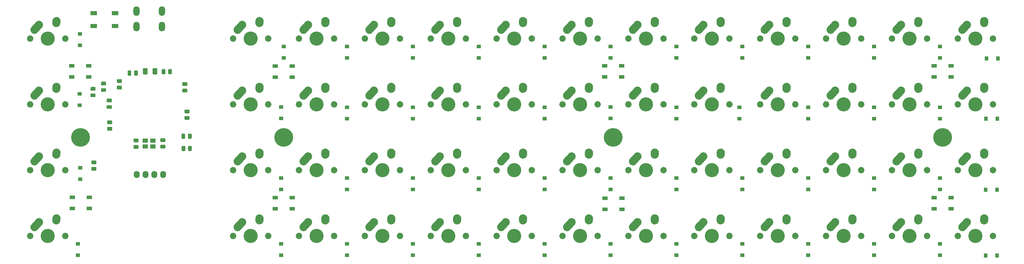
<source format=gbs>
%TF.GenerationSoftware,KiCad,Pcbnew,5.1.6*%
%TF.CreationDate,2020-06-24T11:11:32+02:00*%
%TF.ProjectId,cheap_boi,63686561-705f-4626-9f69-2e6b69636164,rev?*%
%TF.SameCoordinates,Original*%
%TF.FileFunction,Soldermask,Bot*%
%TF.FilePolarity,Negative*%
%FSLAX46Y46*%
G04 Gerber Fmt 4.6, Leading zero omitted, Abs format (unit mm)*
G04 Created by KiCad (PCBNEW 5.1.6) date 2020-06-24 11:11:32*
%MOMM*%
%LPD*%
G01*
G04 APERTURE LIST*
%ADD10C,1.850000*%
%ADD11C,2.350000*%
%ADD12C,4.087800*%
%ADD13R,1.300000X1.000000*%
%ADD14R,1.600000X1.100000*%
%ADD15C,5.400000*%
%ADD16O,1.700000X2.100000*%
%ADD17R,1.500000X1.300000*%
%ADD18O,1.800000X2.800000*%
%ADD19R,1.900000X1.200000*%
%ADD20R,1.000000X1.300000*%
G04 APERTURE END LIST*
D10*
%TO.C,MX0C1*%
X345598750Y-42862500D03*
X335438750Y-42862500D03*
D11*
X338018750Y-38862500D03*
D12*
X340518750Y-42862500D03*
G36*
G01*
X335924041Y-41197060D02*
X335924041Y-41197061D01*
G75*
G02*
X335834189Y-39537791I784709J874561D01*
G01*
X337144191Y-38077791D01*
G75*
G02*
X338803461Y-37987939I874561J-784709D01*
G01*
X338803461Y-37987939D01*
G75*
G02*
X338893313Y-39647209I-784709J-874561D01*
G01*
X337583311Y-41107209D01*
G75*
G02*
X335924041Y-41197061I-874561J784709D01*
G01*
G37*
D11*
X343058750Y-37782500D03*
G36*
G01*
X342937907Y-39534716D02*
X342937907Y-39534716D01*
G75*
G02*
X341846534Y-38281657I80843J1172216D01*
G01*
X341886534Y-37701657D01*
G75*
G02*
X343139593Y-36610284I1172216J-80843D01*
G01*
X343139593Y-36610284D01*
G75*
G02*
X344230966Y-37863343I-80843J-1172216D01*
G01*
X344190966Y-38443343D01*
G75*
G02*
X342937907Y-39534716I-1172216J80843D01*
G01*
G37*
%TD*%
D13*
%TO.C,D1*%
X81534000Y-41530000D03*
X81534000Y-44830000D03*
%TD*%
D14*
%TO.C,D54*%
X79211000Y-53924000D03*
X79211000Y-50724000D03*
X84111000Y-53924000D03*
X84111000Y-50724000D03*
%TD*%
%TO.C,R7*%
G36*
G01*
X86079250Y-79229000D02*
X85116750Y-79229000D01*
G75*
G02*
X84848000Y-78960250I0J268750D01*
G01*
X84848000Y-78422750D01*
G75*
G02*
X85116750Y-78154000I268750J0D01*
G01*
X86079250Y-78154000D01*
G75*
G02*
X86348000Y-78422750I0J-268750D01*
G01*
X86348000Y-78960250D01*
G75*
G02*
X86079250Y-79229000I-268750J0D01*
G01*
G37*
G36*
G01*
X86079250Y-81104000D02*
X85116750Y-81104000D01*
G75*
G02*
X84848000Y-80835250I0J268750D01*
G01*
X84848000Y-80297750D01*
G75*
G02*
X85116750Y-80029000I268750J0D01*
G01*
X86079250Y-80029000D01*
G75*
G02*
X86348000Y-80297750I0J-268750D01*
G01*
X86348000Y-80835250D01*
G75*
G02*
X86079250Y-81104000I-268750J0D01*
G01*
G37*
%TD*%
%TO.C,D60*%
X138012000Y-92151000D03*
X138012000Y-88951000D03*
X142912000Y-92151000D03*
X142912000Y-88951000D03*
%TD*%
%TO.C,D59*%
X233389000Y-92278000D03*
X233389000Y-89078000D03*
X238289000Y-92278000D03*
X238289000Y-89078000D03*
%TD*%
%TO.C,D58*%
X328512000Y-92151000D03*
X328512000Y-88951000D03*
X333412000Y-92151000D03*
X333412000Y-88951000D03*
%TD*%
%TO.C,D57*%
X328512000Y-53924000D03*
X328512000Y-50724000D03*
X333412000Y-53924000D03*
X333412000Y-50724000D03*
%TD*%
%TO.C,D56*%
X233262000Y-53924000D03*
X233262000Y-50724000D03*
X238162000Y-53924000D03*
X238162000Y-50724000D03*
%TD*%
%TO.C,D55*%
X138012000Y-54051000D03*
X138012000Y-50851000D03*
X142912000Y-54051000D03*
X142912000Y-50851000D03*
%TD*%
%TO.C,D53*%
X79338000Y-92024000D03*
X79338000Y-88824000D03*
X84238000Y-92024000D03*
X84238000Y-88824000D03*
%TD*%
%TO.C,R6*%
G36*
G01*
X112795000Y-71601250D02*
X112795000Y-70638750D01*
G75*
G02*
X113063750Y-70370000I268750J0D01*
G01*
X113601250Y-70370000D01*
G75*
G02*
X113870000Y-70638750I0J-268750D01*
G01*
X113870000Y-71601250D01*
G75*
G02*
X113601250Y-71870000I-268750J0D01*
G01*
X113063750Y-71870000D01*
G75*
G02*
X112795000Y-71601250I0J268750D01*
G01*
G37*
G36*
G01*
X110920000Y-71601250D02*
X110920000Y-70638750D01*
G75*
G02*
X111188750Y-70370000I268750J0D01*
G01*
X111726250Y-70370000D01*
G75*
G02*
X111995000Y-70638750I0J-268750D01*
G01*
X111995000Y-71601250D01*
G75*
G02*
X111726250Y-71870000I-268750J0D01*
G01*
X111188750Y-71870000D01*
G75*
G02*
X110920000Y-71601250I0J268750D01*
G01*
G37*
%TD*%
%TO.C,R3*%
G36*
G01*
X90651250Y-67623500D02*
X89688750Y-67623500D01*
G75*
G02*
X89420000Y-67354750I0J268750D01*
G01*
X89420000Y-66817250D01*
G75*
G02*
X89688750Y-66548500I268750J0D01*
G01*
X90651250Y-66548500D01*
G75*
G02*
X90920000Y-66817250I0J-268750D01*
G01*
X90920000Y-67354750D01*
G75*
G02*
X90651250Y-67623500I-268750J0D01*
G01*
G37*
G36*
G01*
X90651250Y-69498500D02*
X89688750Y-69498500D01*
G75*
G02*
X89420000Y-69229750I0J268750D01*
G01*
X89420000Y-68692250D01*
G75*
G02*
X89688750Y-68423500I268750J0D01*
G01*
X90651250Y-68423500D01*
G75*
G02*
X90920000Y-68692250I0J-268750D01*
G01*
X90920000Y-69229750D01*
G75*
G02*
X90651250Y-69498500I-268750J0D01*
G01*
G37*
%TD*%
D15*
%TO.C,REF\u002A\u002A*%
X330972900Y-71433000D03*
%TD*%
%TO.C,REF\u002A\u002A*%
X235728900Y-71433000D03*
%TD*%
%TO.C,REF\u002A\u002A*%
X140500000Y-71433000D03*
%TD*%
%TO.C,REF\u002A\u002A*%
X81751100Y-71433000D03*
%TD*%
%TO.C,F1*%
G36*
G01*
X101129000Y-51669000D02*
X101129000Y-52979000D01*
G75*
G02*
X100859000Y-53249000I-270000J0D01*
G01*
X100049000Y-53249000D01*
G75*
G02*
X99779000Y-52979000I0J270000D01*
G01*
X99779000Y-51669000D01*
G75*
G02*
X100049000Y-51399000I270000J0D01*
G01*
X100859000Y-51399000D01*
G75*
G02*
X101129000Y-51669000I0J-270000D01*
G01*
G37*
G36*
G01*
X103929000Y-51669000D02*
X103929000Y-52979000D01*
G75*
G02*
X103659000Y-53249000I-270000J0D01*
G01*
X102849000Y-53249000D01*
G75*
G02*
X102579000Y-52979000I0J270000D01*
G01*
X102579000Y-51669000D01*
G75*
G02*
X102849000Y-51399000I270000J0D01*
G01*
X103659000Y-51399000D01*
G75*
G02*
X103929000Y-51669000I0J-270000D01*
G01*
G37*
%TD*%
%TO.C,R5*%
G36*
G01*
X112843500Y-75157250D02*
X112843500Y-74194750D01*
G75*
G02*
X113112250Y-73926000I268750J0D01*
G01*
X113649750Y-73926000D01*
G75*
G02*
X113918500Y-74194750I0J-268750D01*
G01*
X113918500Y-75157250D01*
G75*
G02*
X113649750Y-75426000I-268750J0D01*
G01*
X113112250Y-75426000D01*
G75*
G02*
X112843500Y-75157250I0J268750D01*
G01*
G37*
G36*
G01*
X110968500Y-75157250D02*
X110968500Y-74194750D01*
G75*
G02*
X111237250Y-73926000I268750J0D01*
G01*
X111774750Y-73926000D01*
G75*
G02*
X112043500Y-74194750I0J-268750D01*
G01*
X112043500Y-75157250D01*
G75*
G02*
X111774750Y-75426000I-268750J0D01*
G01*
X111237250Y-75426000D01*
G75*
G02*
X110968500Y-75157250I0J268750D01*
G01*
G37*
%TD*%
D16*
%TO.C,Brd1*%
X100513600Y-82262900D03*
X97973600Y-82262900D03*
X103053600Y-82262900D03*
X105593600Y-82262900D03*
%TD*%
D10*
%TO.C,MX15*%
X212248750Y-61912500D03*
X202088750Y-61912500D03*
D11*
X204668750Y-57912500D03*
D12*
X207168750Y-61912500D03*
G36*
G01*
X202574041Y-60247060D02*
X202574041Y-60247061D01*
G75*
G02*
X202484189Y-58587791I784709J874561D01*
G01*
X203794191Y-57127791D01*
G75*
G02*
X205453461Y-57037939I874561J-784709D01*
G01*
X205453461Y-57037939D01*
G75*
G02*
X205543313Y-58697209I-784709J-874561D01*
G01*
X204233311Y-60157209D01*
G75*
G02*
X202574041Y-60247061I-874561J784709D01*
G01*
G37*
D11*
X209708750Y-56832500D03*
G36*
G01*
X209587907Y-58584716D02*
X209587907Y-58584716D01*
G75*
G02*
X208496534Y-57331657I80843J1172216D01*
G01*
X208536534Y-56751657D01*
G75*
G02*
X209789593Y-55660284I1172216J-80843D01*
G01*
X209789593Y-55660284D01*
G75*
G02*
X210880966Y-56913343I-80843J-1172216D01*
G01*
X210840966Y-57493343D01*
G75*
G02*
X209587907Y-58584716I-1172216J80843D01*
G01*
G37*
%TD*%
D17*
%TO.C,Y1*%
X102657000Y-72390000D03*
X100457000Y-72390000D03*
X100457000Y-74090000D03*
X102657000Y-74090000D03*
%TD*%
D18*
%TO.C,USB1*%
X105243600Y-34922800D03*
X97943600Y-34922800D03*
X97943600Y-39422800D03*
X105243600Y-39422800D03*
%TD*%
D19*
%TO.C,SW1*%
X85546000Y-35488000D03*
X91746000Y-39188000D03*
X85546000Y-39188000D03*
X91746000Y-35488000D03*
%TD*%
%TO.C,R4*%
G36*
G01*
X111405750Y-57374500D02*
X112368250Y-57374500D01*
G75*
G02*
X112637000Y-57643250I0J-268750D01*
G01*
X112637000Y-58180750D01*
G75*
G02*
X112368250Y-58449500I-268750J0D01*
G01*
X111405750Y-58449500D01*
G75*
G02*
X111137000Y-58180750I0J268750D01*
G01*
X111137000Y-57643250D01*
G75*
G02*
X111405750Y-57374500I268750J0D01*
G01*
G37*
G36*
G01*
X111405750Y-55499500D02*
X112368250Y-55499500D01*
G75*
G02*
X112637000Y-55768250I0J-268750D01*
G01*
X112637000Y-56305750D01*
G75*
G02*
X112368250Y-56574500I-268750J0D01*
G01*
X111405750Y-56574500D01*
G75*
G02*
X111137000Y-56305750I0J268750D01*
G01*
X111137000Y-55768250D01*
G75*
G02*
X111405750Y-55499500I268750J0D01*
G01*
G37*
%TD*%
%TO.C,R2*%
G36*
G01*
X84862750Y-58741500D02*
X85825250Y-58741500D01*
G75*
G02*
X86094000Y-59010250I0J-268750D01*
G01*
X86094000Y-59547750D01*
G75*
G02*
X85825250Y-59816500I-268750J0D01*
G01*
X84862750Y-59816500D01*
G75*
G02*
X84594000Y-59547750I0J268750D01*
G01*
X84594000Y-59010250D01*
G75*
G02*
X84862750Y-58741500I268750J0D01*
G01*
G37*
G36*
G01*
X84862750Y-56866500D02*
X85825250Y-56866500D01*
G75*
G02*
X86094000Y-57135250I0J-268750D01*
G01*
X86094000Y-57672750D01*
G75*
G02*
X85825250Y-57941500I-268750J0D01*
G01*
X84862750Y-57941500D01*
G75*
G02*
X84594000Y-57672750I0J268750D01*
G01*
X84594000Y-57135250D01*
G75*
G02*
X84862750Y-56866500I268750J0D01*
G01*
G37*
%TD*%
%TO.C,R1*%
G36*
G01*
X87910750Y-57217500D02*
X88873250Y-57217500D01*
G75*
G02*
X89142000Y-57486250I0J-268750D01*
G01*
X89142000Y-58023750D01*
G75*
G02*
X88873250Y-58292500I-268750J0D01*
G01*
X87910750Y-58292500D01*
G75*
G02*
X87642000Y-58023750I0J268750D01*
G01*
X87642000Y-57486250D01*
G75*
G02*
X87910750Y-57217500I268750J0D01*
G01*
G37*
G36*
G01*
X87910750Y-55342500D02*
X88873250Y-55342500D01*
G75*
G02*
X89142000Y-55611250I0J-268750D01*
G01*
X89142000Y-56148750D01*
G75*
G02*
X88873250Y-56417500I-268750J0D01*
G01*
X87910750Y-56417500D01*
G75*
G02*
X87642000Y-56148750I0J268750D01*
G01*
X87642000Y-55611250D01*
G75*
G02*
X87910750Y-55342500I268750J0D01*
G01*
G37*
%TD*%
D10*
%TO.C,MX3C1*%
X345598750Y-100012500D03*
X335438750Y-100012500D03*
D11*
X338018750Y-96012500D03*
D12*
X340518750Y-100012500D03*
G36*
G01*
X335924041Y-98347060D02*
X335924041Y-98347061D01*
G75*
G02*
X335834189Y-96687791I784709J874561D01*
G01*
X337144191Y-95227791D01*
G75*
G02*
X338803461Y-95137939I874561J-784709D01*
G01*
X338803461Y-95137939D01*
G75*
G02*
X338893313Y-96797209I-784709J-874561D01*
G01*
X337583311Y-98257209D01*
G75*
G02*
X335924041Y-98347061I-874561J784709D01*
G01*
G37*
D11*
X343058750Y-94932500D03*
G36*
G01*
X342937907Y-96684716D02*
X342937907Y-96684716D01*
G75*
G02*
X341846534Y-95431657I80843J1172216D01*
G01*
X341886534Y-94851657D01*
G75*
G02*
X343139593Y-93760284I1172216J-80843D01*
G01*
X343139593Y-93760284D01*
G75*
G02*
X344230966Y-95013343I-80843J-1172216D01*
G01*
X344190966Y-95593343D01*
G75*
G02*
X342937907Y-96684716I-1172216J80843D01*
G01*
G37*
%TD*%
D10*
%TO.C,MX3B1*%
X326548750Y-100012500D03*
X316388750Y-100012500D03*
D11*
X318968750Y-96012500D03*
D12*
X321468750Y-100012500D03*
G36*
G01*
X316874041Y-98347060D02*
X316874041Y-98347061D01*
G75*
G02*
X316784189Y-96687791I784709J874561D01*
G01*
X318094191Y-95227791D01*
G75*
G02*
X319753461Y-95137939I874561J-784709D01*
G01*
X319753461Y-95137939D01*
G75*
G02*
X319843313Y-96797209I-784709J-874561D01*
G01*
X318533311Y-98257209D01*
G75*
G02*
X316874041Y-98347061I-874561J784709D01*
G01*
G37*
D11*
X324008750Y-94932500D03*
G36*
G01*
X323887907Y-96684716D02*
X323887907Y-96684716D01*
G75*
G02*
X322796534Y-95431657I80843J1172216D01*
G01*
X322836534Y-94851657D01*
G75*
G02*
X324089593Y-93760284I1172216J-80843D01*
G01*
X324089593Y-93760284D01*
G75*
G02*
X325180966Y-95013343I-80843J-1172216D01*
G01*
X325140966Y-95593343D01*
G75*
G02*
X323887907Y-96684716I-1172216J80843D01*
G01*
G37*
%TD*%
D10*
%TO.C,MX3A1*%
X307498750Y-100012500D03*
X297338750Y-100012500D03*
D11*
X299918750Y-96012500D03*
D12*
X302418750Y-100012500D03*
G36*
G01*
X297824041Y-98347060D02*
X297824041Y-98347061D01*
G75*
G02*
X297734189Y-96687791I784709J874561D01*
G01*
X299044191Y-95227791D01*
G75*
G02*
X300703461Y-95137939I874561J-784709D01*
G01*
X300703461Y-95137939D01*
G75*
G02*
X300793313Y-96797209I-784709J-874561D01*
G01*
X299483311Y-98257209D01*
G75*
G02*
X297824041Y-98347061I-874561J784709D01*
G01*
G37*
D11*
X304958750Y-94932500D03*
G36*
G01*
X304837907Y-96684716D02*
X304837907Y-96684716D01*
G75*
G02*
X303746534Y-95431657I80843J1172216D01*
G01*
X303786534Y-94851657D01*
G75*
G02*
X305039593Y-93760284I1172216J-80843D01*
G01*
X305039593Y-93760284D01*
G75*
G02*
X306130966Y-95013343I-80843J-1172216D01*
G01*
X306090966Y-95593343D01*
G75*
G02*
X304837907Y-96684716I-1172216J80843D01*
G01*
G37*
%TD*%
D10*
%TO.C,MX2C1*%
X345598750Y-80962500D03*
X335438750Y-80962500D03*
D11*
X338018750Y-76962500D03*
D12*
X340518750Y-80962500D03*
G36*
G01*
X335924041Y-79297060D02*
X335924041Y-79297061D01*
G75*
G02*
X335834189Y-77637791I784709J874561D01*
G01*
X337144191Y-76177791D01*
G75*
G02*
X338803461Y-76087939I874561J-784709D01*
G01*
X338803461Y-76087939D01*
G75*
G02*
X338893313Y-77747209I-784709J-874561D01*
G01*
X337583311Y-79207209D01*
G75*
G02*
X335924041Y-79297061I-874561J784709D01*
G01*
G37*
D11*
X343058750Y-75882500D03*
G36*
G01*
X342937907Y-77634716D02*
X342937907Y-77634716D01*
G75*
G02*
X341846534Y-76381657I80843J1172216D01*
G01*
X341886534Y-75801657D01*
G75*
G02*
X343139593Y-74710284I1172216J-80843D01*
G01*
X343139593Y-74710284D01*
G75*
G02*
X344230966Y-75963343I-80843J-1172216D01*
G01*
X344190966Y-76543343D01*
G75*
G02*
X342937907Y-77634716I-1172216J80843D01*
G01*
G37*
%TD*%
D10*
%TO.C,MX2B1*%
X326548750Y-80962500D03*
X316388750Y-80962500D03*
D11*
X318968750Y-76962500D03*
D12*
X321468750Y-80962500D03*
G36*
G01*
X316874041Y-79297060D02*
X316874041Y-79297061D01*
G75*
G02*
X316784189Y-77637791I784709J874561D01*
G01*
X318094191Y-76177791D01*
G75*
G02*
X319753461Y-76087939I874561J-784709D01*
G01*
X319753461Y-76087939D01*
G75*
G02*
X319843313Y-77747209I-784709J-874561D01*
G01*
X318533311Y-79207209D01*
G75*
G02*
X316874041Y-79297061I-874561J784709D01*
G01*
G37*
D11*
X324008750Y-75882500D03*
G36*
G01*
X323887907Y-77634716D02*
X323887907Y-77634716D01*
G75*
G02*
X322796534Y-76381657I80843J1172216D01*
G01*
X322836534Y-75801657D01*
G75*
G02*
X324089593Y-74710284I1172216J-80843D01*
G01*
X324089593Y-74710284D01*
G75*
G02*
X325180966Y-75963343I-80843J-1172216D01*
G01*
X325140966Y-76543343D01*
G75*
G02*
X323887907Y-77634716I-1172216J80843D01*
G01*
G37*
%TD*%
D10*
%TO.C,MX2A1*%
X307498750Y-80962500D03*
X297338750Y-80962500D03*
D11*
X299918750Y-76962500D03*
D12*
X302418750Y-80962500D03*
G36*
G01*
X297824041Y-79297060D02*
X297824041Y-79297061D01*
G75*
G02*
X297734189Y-77637791I784709J874561D01*
G01*
X299044191Y-76177791D01*
G75*
G02*
X300703461Y-76087939I874561J-784709D01*
G01*
X300703461Y-76087939D01*
G75*
G02*
X300793313Y-77747209I-784709J-874561D01*
G01*
X299483311Y-79207209D01*
G75*
G02*
X297824041Y-79297061I-874561J784709D01*
G01*
G37*
D11*
X304958750Y-75882500D03*
G36*
G01*
X304837907Y-77634716D02*
X304837907Y-77634716D01*
G75*
G02*
X303746534Y-76381657I80843J1172216D01*
G01*
X303786534Y-75801657D01*
G75*
G02*
X305039593Y-74710284I1172216J-80843D01*
G01*
X305039593Y-74710284D01*
G75*
G02*
X306130966Y-75963343I-80843J-1172216D01*
G01*
X306090966Y-76543343D01*
G75*
G02*
X304837907Y-77634716I-1172216J80843D01*
G01*
G37*
%TD*%
D10*
%TO.C,MX1C1*%
X345598750Y-61912500D03*
X335438750Y-61912500D03*
D11*
X338018750Y-57912500D03*
D12*
X340518750Y-61912500D03*
G36*
G01*
X335924041Y-60247060D02*
X335924041Y-60247061D01*
G75*
G02*
X335834189Y-58587791I784709J874561D01*
G01*
X337144191Y-57127791D01*
G75*
G02*
X338803461Y-57037939I874561J-784709D01*
G01*
X338803461Y-57037939D01*
G75*
G02*
X338893313Y-58697209I-784709J-874561D01*
G01*
X337583311Y-60157209D01*
G75*
G02*
X335924041Y-60247061I-874561J784709D01*
G01*
G37*
D11*
X343058750Y-56832500D03*
G36*
G01*
X342937907Y-58584716D02*
X342937907Y-58584716D01*
G75*
G02*
X341846534Y-57331657I80843J1172216D01*
G01*
X341886534Y-56751657D01*
G75*
G02*
X343139593Y-55660284I1172216J-80843D01*
G01*
X343139593Y-55660284D01*
G75*
G02*
X344230966Y-56913343I-80843J-1172216D01*
G01*
X344190966Y-57493343D01*
G75*
G02*
X342937907Y-58584716I-1172216J80843D01*
G01*
G37*
%TD*%
D10*
%TO.C,MX1B1*%
X326548750Y-61912500D03*
X316388750Y-61912500D03*
D11*
X318968750Y-57912500D03*
D12*
X321468750Y-61912500D03*
G36*
G01*
X316874041Y-60247060D02*
X316874041Y-60247061D01*
G75*
G02*
X316784189Y-58587791I784709J874561D01*
G01*
X318094191Y-57127791D01*
G75*
G02*
X319753461Y-57037939I874561J-784709D01*
G01*
X319753461Y-57037939D01*
G75*
G02*
X319843313Y-58697209I-784709J-874561D01*
G01*
X318533311Y-60157209D01*
G75*
G02*
X316874041Y-60247061I-874561J784709D01*
G01*
G37*
D11*
X324008750Y-56832500D03*
G36*
G01*
X323887907Y-58584716D02*
X323887907Y-58584716D01*
G75*
G02*
X322796534Y-57331657I80843J1172216D01*
G01*
X322836534Y-56751657D01*
G75*
G02*
X324089593Y-55660284I1172216J-80843D01*
G01*
X324089593Y-55660284D01*
G75*
G02*
X325180966Y-56913343I-80843J-1172216D01*
G01*
X325140966Y-57493343D01*
G75*
G02*
X323887907Y-58584716I-1172216J80843D01*
G01*
G37*
%TD*%
D10*
%TO.C,MX1A1*%
X307498750Y-61912500D03*
X297338750Y-61912500D03*
D11*
X299918750Y-57912500D03*
D12*
X302418750Y-61912500D03*
G36*
G01*
X297824041Y-60247060D02*
X297824041Y-60247061D01*
G75*
G02*
X297734189Y-58587791I784709J874561D01*
G01*
X299044191Y-57127791D01*
G75*
G02*
X300703461Y-57037939I874561J-784709D01*
G01*
X300703461Y-57037939D01*
G75*
G02*
X300793313Y-58697209I-784709J-874561D01*
G01*
X299483311Y-60157209D01*
G75*
G02*
X297824041Y-60247061I-874561J784709D01*
G01*
G37*
D11*
X304958750Y-56832500D03*
G36*
G01*
X304837907Y-58584716D02*
X304837907Y-58584716D01*
G75*
G02*
X303746534Y-57331657I80843J1172216D01*
G01*
X303786534Y-56751657D01*
G75*
G02*
X305039593Y-55660284I1172216J-80843D01*
G01*
X305039593Y-55660284D01*
G75*
G02*
X306130966Y-56913343I-80843J-1172216D01*
G01*
X306090966Y-57493343D01*
G75*
G02*
X304837907Y-58584716I-1172216J80843D01*
G01*
G37*
%TD*%
D10*
%TO.C,MX0B1*%
X326548750Y-42862500D03*
X316388750Y-42862500D03*
D11*
X318968750Y-38862500D03*
D12*
X321468750Y-42862500D03*
G36*
G01*
X316874041Y-41197060D02*
X316874041Y-41197061D01*
G75*
G02*
X316784189Y-39537791I784709J874561D01*
G01*
X318094191Y-38077791D01*
G75*
G02*
X319753461Y-37987939I874561J-784709D01*
G01*
X319753461Y-37987939D01*
G75*
G02*
X319843313Y-39647209I-784709J-874561D01*
G01*
X318533311Y-41107209D01*
G75*
G02*
X316874041Y-41197061I-874561J784709D01*
G01*
G37*
D11*
X324008750Y-37782500D03*
G36*
G01*
X323887907Y-39534716D02*
X323887907Y-39534716D01*
G75*
G02*
X322796534Y-38281657I80843J1172216D01*
G01*
X322836534Y-37701657D01*
G75*
G02*
X324089593Y-36610284I1172216J-80843D01*
G01*
X324089593Y-36610284D01*
G75*
G02*
X325180966Y-37863343I-80843J-1172216D01*
G01*
X325140966Y-38443343D01*
G75*
G02*
X323887907Y-39534716I-1172216J80843D01*
G01*
G37*
%TD*%
D10*
%TO.C,MX0A1*%
X307498750Y-42862500D03*
X297338750Y-42862500D03*
D11*
X299918750Y-38862500D03*
D12*
X302418750Y-42862500D03*
G36*
G01*
X297824041Y-41197060D02*
X297824041Y-41197061D01*
G75*
G02*
X297734189Y-39537791I784709J874561D01*
G01*
X299044191Y-38077791D01*
G75*
G02*
X300703461Y-37987939I874561J-784709D01*
G01*
X300703461Y-37987939D01*
G75*
G02*
X300793313Y-39647209I-784709J-874561D01*
G01*
X299483311Y-41107209D01*
G75*
G02*
X297824041Y-41197061I-874561J784709D01*
G01*
G37*
D11*
X304958750Y-37782500D03*
G36*
G01*
X304837907Y-39534716D02*
X304837907Y-39534716D01*
G75*
G02*
X303746534Y-38281657I80843J1172216D01*
G01*
X303786534Y-37701657D01*
G75*
G02*
X305039593Y-36610284I1172216J-80843D01*
G01*
X305039593Y-36610284D01*
G75*
G02*
X306130966Y-37863343I-80843J-1172216D01*
G01*
X306090966Y-38443343D01*
G75*
G02*
X304837907Y-39534716I-1172216J80843D01*
G01*
G37*
%TD*%
D10*
%TO.C,MX39*%
X288448750Y-100012500D03*
X278288750Y-100012500D03*
D11*
X280868750Y-96012500D03*
D12*
X283368750Y-100012500D03*
G36*
G01*
X278774041Y-98347060D02*
X278774041Y-98347061D01*
G75*
G02*
X278684189Y-96687791I784709J874561D01*
G01*
X279994191Y-95227791D01*
G75*
G02*
X281653461Y-95137939I874561J-784709D01*
G01*
X281653461Y-95137939D01*
G75*
G02*
X281743313Y-96797209I-784709J-874561D01*
G01*
X280433311Y-98257209D01*
G75*
G02*
X278774041Y-98347061I-874561J784709D01*
G01*
G37*
D11*
X285908750Y-94932500D03*
G36*
G01*
X285787907Y-96684716D02*
X285787907Y-96684716D01*
G75*
G02*
X284696534Y-95431657I80843J1172216D01*
G01*
X284736534Y-94851657D01*
G75*
G02*
X285989593Y-93760284I1172216J-80843D01*
G01*
X285989593Y-93760284D01*
G75*
G02*
X287080966Y-95013343I-80843J-1172216D01*
G01*
X287040966Y-95593343D01*
G75*
G02*
X285787907Y-96684716I-1172216J80843D01*
G01*
G37*
%TD*%
D10*
%TO.C,MX38*%
X269398750Y-100012500D03*
X259238750Y-100012500D03*
D11*
X261818750Y-96012500D03*
D12*
X264318750Y-100012500D03*
G36*
G01*
X259724041Y-98347060D02*
X259724041Y-98347061D01*
G75*
G02*
X259634189Y-96687791I784709J874561D01*
G01*
X260944191Y-95227791D01*
G75*
G02*
X262603461Y-95137939I874561J-784709D01*
G01*
X262603461Y-95137939D01*
G75*
G02*
X262693313Y-96797209I-784709J-874561D01*
G01*
X261383311Y-98257209D01*
G75*
G02*
X259724041Y-98347061I-874561J784709D01*
G01*
G37*
D11*
X266858750Y-94932500D03*
G36*
G01*
X266737907Y-96684716D02*
X266737907Y-96684716D01*
G75*
G02*
X265646534Y-95431657I80843J1172216D01*
G01*
X265686534Y-94851657D01*
G75*
G02*
X266939593Y-93760284I1172216J-80843D01*
G01*
X266939593Y-93760284D01*
G75*
G02*
X268030966Y-95013343I-80843J-1172216D01*
G01*
X267990966Y-95593343D01*
G75*
G02*
X266737907Y-96684716I-1172216J80843D01*
G01*
G37*
%TD*%
D10*
%TO.C,MX37*%
X250348750Y-100012500D03*
X240188750Y-100012500D03*
D11*
X242768750Y-96012500D03*
D12*
X245268750Y-100012500D03*
G36*
G01*
X240674041Y-98347060D02*
X240674041Y-98347061D01*
G75*
G02*
X240584189Y-96687791I784709J874561D01*
G01*
X241894191Y-95227791D01*
G75*
G02*
X243553461Y-95137939I874561J-784709D01*
G01*
X243553461Y-95137939D01*
G75*
G02*
X243643313Y-96797209I-784709J-874561D01*
G01*
X242333311Y-98257209D01*
G75*
G02*
X240674041Y-98347061I-874561J784709D01*
G01*
G37*
D11*
X247808750Y-94932500D03*
G36*
G01*
X247687907Y-96684716D02*
X247687907Y-96684716D01*
G75*
G02*
X246596534Y-95431657I80843J1172216D01*
G01*
X246636534Y-94851657D01*
G75*
G02*
X247889593Y-93760284I1172216J-80843D01*
G01*
X247889593Y-93760284D01*
G75*
G02*
X248980966Y-95013343I-80843J-1172216D01*
G01*
X248940966Y-95593343D01*
G75*
G02*
X247687907Y-96684716I-1172216J80843D01*
G01*
G37*
%TD*%
D10*
%TO.C,MX36*%
X231298750Y-100012500D03*
X221138750Y-100012500D03*
D11*
X223718750Y-96012500D03*
D12*
X226218750Y-100012500D03*
G36*
G01*
X221624041Y-98347060D02*
X221624041Y-98347061D01*
G75*
G02*
X221534189Y-96687791I784709J874561D01*
G01*
X222844191Y-95227791D01*
G75*
G02*
X224503461Y-95137939I874561J-784709D01*
G01*
X224503461Y-95137939D01*
G75*
G02*
X224593313Y-96797209I-784709J-874561D01*
G01*
X223283311Y-98257209D01*
G75*
G02*
X221624041Y-98347061I-874561J784709D01*
G01*
G37*
D11*
X228758750Y-94932500D03*
G36*
G01*
X228637907Y-96684716D02*
X228637907Y-96684716D01*
G75*
G02*
X227546534Y-95431657I80843J1172216D01*
G01*
X227586534Y-94851657D01*
G75*
G02*
X228839593Y-93760284I1172216J-80843D01*
G01*
X228839593Y-93760284D01*
G75*
G02*
X229930966Y-95013343I-80843J-1172216D01*
G01*
X229890966Y-95593343D01*
G75*
G02*
X228637907Y-96684716I-1172216J80843D01*
G01*
G37*
%TD*%
D10*
%TO.C,MX35*%
X212248750Y-100012500D03*
X202088750Y-100012500D03*
D11*
X204668750Y-96012500D03*
D12*
X207168750Y-100012500D03*
G36*
G01*
X202574041Y-98347060D02*
X202574041Y-98347061D01*
G75*
G02*
X202484189Y-96687791I784709J874561D01*
G01*
X203794191Y-95227791D01*
G75*
G02*
X205453461Y-95137939I874561J-784709D01*
G01*
X205453461Y-95137939D01*
G75*
G02*
X205543313Y-96797209I-784709J-874561D01*
G01*
X204233311Y-98257209D01*
G75*
G02*
X202574041Y-98347061I-874561J784709D01*
G01*
G37*
D11*
X209708750Y-94932500D03*
G36*
G01*
X209587907Y-96684716D02*
X209587907Y-96684716D01*
G75*
G02*
X208496534Y-95431657I80843J1172216D01*
G01*
X208536534Y-94851657D01*
G75*
G02*
X209789593Y-93760284I1172216J-80843D01*
G01*
X209789593Y-93760284D01*
G75*
G02*
X210880966Y-95013343I-80843J-1172216D01*
G01*
X210840966Y-95593343D01*
G75*
G02*
X209587907Y-96684716I-1172216J80843D01*
G01*
G37*
%TD*%
D10*
%TO.C,MX34*%
X193198750Y-100012500D03*
X183038750Y-100012500D03*
D11*
X185618750Y-96012500D03*
D12*
X188118750Y-100012500D03*
G36*
G01*
X183524041Y-98347060D02*
X183524041Y-98347061D01*
G75*
G02*
X183434189Y-96687791I784709J874561D01*
G01*
X184744191Y-95227791D01*
G75*
G02*
X186403461Y-95137939I874561J-784709D01*
G01*
X186403461Y-95137939D01*
G75*
G02*
X186493313Y-96797209I-784709J-874561D01*
G01*
X185183311Y-98257209D01*
G75*
G02*
X183524041Y-98347061I-874561J784709D01*
G01*
G37*
D11*
X190658750Y-94932500D03*
G36*
G01*
X190537907Y-96684716D02*
X190537907Y-96684716D01*
G75*
G02*
X189446534Y-95431657I80843J1172216D01*
G01*
X189486534Y-94851657D01*
G75*
G02*
X190739593Y-93760284I1172216J-80843D01*
G01*
X190739593Y-93760284D01*
G75*
G02*
X191830966Y-95013343I-80843J-1172216D01*
G01*
X191790966Y-95593343D01*
G75*
G02*
X190537907Y-96684716I-1172216J80843D01*
G01*
G37*
%TD*%
D10*
%TO.C,MX33*%
X174148750Y-100012500D03*
X163988750Y-100012500D03*
D11*
X166568750Y-96012500D03*
D12*
X169068750Y-100012500D03*
G36*
G01*
X164474041Y-98347060D02*
X164474041Y-98347061D01*
G75*
G02*
X164384189Y-96687791I784709J874561D01*
G01*
X165694191Y-95227791D01*
G75*
G02*
X167353461Y-95137939I874561J-784709D01*
G01*
X167353461Y-95137939D01*
G75*
G02*
X167443313Y-96797209I-784709J-874561D01*
G01*
X166133311Y-98257209D01*
G75*
G02*
X164474041Y-98347061I-874561J784709D01*
G01*
G37*
D11*
X171608750Y-94932500D03*
G36*
G01*
X171487907Y-96684716D02*
X171487907Y-96684716D01*
G75*
G02*
X170396534Y-95431657I80843J1172216D01*
G01*
X170436534Y-94851657D01*
G75*
G02*
X171689593Y-93760284I1172216J-80843D01*
G01*
X171689593Y-93760284D01*
G75*
G02*
X172780966Y-95013343I-80843J-1172216D01*
G01*
X172740966Y-95593343D01*
G75*
G02*
X171487907Y-96684716I-1172216J80843D01*
G01*
G37*
%TD*%
D10*
%TO.C,MX32*%
X155098750Y-100012500D03*
X144938750Y-100012500D03*
D11*
X147518750Y-96012500D03*
D12*
X150018750Y-100012500D03*
G36*
G01*
X145424041Y-98347060D02*
X145424041Y-98347061D01*
G75*
G02*
X145334189Y-96687791I784709J874561D01*
G01*
X146644191Y-95227791D01*
G75*
G02*
X148303461Y-95137939I874561J-784709D01*
G01*
X148303461Y-95137939D01*
G75*
G02*
X148393313Y-96797209I-784709J-874561D01*
G01*
X147083311Y-98257209D01*
G75*
G02*
X145424041Y-98347061I-874561J784709D01*
G01*
G37*
D11*
X152558750Y-94932500D03*
G36*
G01*
X152437907Y-96684716D02*
X152437907Y-96684716D01*
G75*
G02*
X151346534Y-95431657I80843J1172216D01*
G01*
X151386534Y-94851657D01*
G75*
G02*
X152639593Y-93760284I1172216J-80843D01*
G01*
X152639593Y-93760284D01*
G75*
G02*
X153730966Y-95013343I-80843J-1172216D01*
G01*
X153690966Y-95593343D01*
G75*
G02*
X152437907Y-96684716I-1172216J80843D01*
G01*
G37*
%TD*%
D10*
%TO.C,MX31*%
X136048750Y-100012500D03*
X125888750Y-100012500D03*
D11*
X128468750Y-96012500D03*
D12*
X130968750Y-100012500D03*
G36*
G01*
X126374041Y-98347060D02*
X126374041Y-98347061D01*
G75*
G02*
X126284189Y-96687791I784709J874561D01*
G01*
X127594191Y-95227791D01*
G75*
G02*
X129253461Y-95137939I874561J-784709D01*
G01*
X129253461Y-95137939D01*
G75*
G02*
X129343313Y-96797209I-784709J-874561D01*
G01*
X128033311Y-98257209D01*
G75*
G02*
X126374041Y-98347061I-874561J784709D01*
G01*
G37*
D11*
X133508750Y-94932500D03*
G36*
G01*
X133387907Y-96684716D02*
X133387907Y-96684716D01*
G75*
G02*
X132296534Y-95431657I80843J1172216D01*
G01*
X132336534Y-94851657D01*
G75*
G02*
X133589593Y-93760284I1172216J-80843D01*
G01*
X133589593Y-93760284D01*
G75*
G02*
X134680966Y-95013343I-80843J-1172216D01*
G01*
X134640966Y-95593343D01*
G75*
G02*
X133387907Y-96684716I-1172216J80843D01*
G01*
G37*
%TD*%
D10*
%TO.C,MX30*%
X77311250Y-100012500D03*
X67151250Y-100012500D03*
D11*
X69731250Y-96012500D03*
D12*
X72231250Y-100012500D03*
G36*
G01*
X67636541Y-98347060D02*
X67636541Y-98347061D01*
G75*
G02*
X67546689Y-96687791I784709J874561D01*
G01*
X68856691Y-95227791D01*
G75*
G02*
X70515961Y-95137939I874561J-784709D01*
G01*
X70515961Y-95137939D01*
G75*
G02*
X70605813Y-96797209I-784709J-874561D01*
G01*
X69295811Y-98257209D01*
G75*
G02*
X67636541Y-98347061I-874561J784709D01*
G01*
G37*
D11*
X74771250Y-94932500D03*
G36*
G01*
X74650407Y-96684716D02*
X74650407Y-96684716D01*
G75*
G02*
X73559034Y-95431657I80843J1172216D01*
G01*
X73599034Y-94851657D01*
G75*
G02*
X74852093Y-93760284I1172216J-80843D01*
G01*
X74852093Y-93760284D01*
G75*
G02*
X75943466Y-95013343I-80843J-1172216D01*
G01*
X75903466Y-95593343D01*
G75*
G02*
X74650407Y-96684716I-1172216J80843D01*
G01*
G37*
%TD*%
D10*
%TO.C,MX29*%
X288448750Y-80962500D03*
X278288750Y-80962500D03*
D11*
X280868750Y-76962500D03*
D12*
X283368750Y-80962500D03*
G36*
G01*
X278774041Y-79297060D02*
X278774041Y-79297061D01*
G75*
G02*
X278684189Y-77637791I784709J874561D01*
G01*
X279994191Y-76177791D01*
G75*
G02*
X281653461Y-76087939I874561J-784709D01*
G01*
X281653461Y-76087939D01*
G75*
G02*
X281743313Y-77747209I-784709J-874561D01*
G01*
X280433311Y-79207209D01*
G75*
G02*
X278774041Y-79297061I-874561J784709D01*
G01*
G37*
D11*
X285908750Y-75882500D03*
G36*
G01*
X285787907Y-77634716D02*
X285787907Y-77634716D01*
G75*
G02*
X284696534Y-76381657I80843J1172216D01*
G01*
X284736534Y-75801657D01*
G75*
G02*
X285989593Y-74710284I1172216J-80843D01*
G01*
X285989593Y-74710284D01*
G75*
G02*
X287080966Y-75963343I-80843J-1172216D01*
G01*
X287040966Y-76543343D01*
G75*
G02*
X285787907Y-77634716I-1172216J80843D01*
G01*
G37*
%TD*%
D10*
%TO.C,MX28*%
X269398750Y-80962500D03*
X259238750Y-80962500D03*
D11*
X261818750Y-76962500D03*
D12*
X264318750Y-80962500D03*
G36*
G01*
X259724041Y-79297060D02*
X259724041Y-79297061D01*
G75*
G02*
X259634189Y-77637791I784709J874561D01*
G01*
X260944191Y-76177791D01*
G75*
G02*
X262603461Y-76087939I874561J-784709D01*
G01*
X262603461Y-76087939D01*
G75*
G02*
X262693313Y-77747209I-784709J-874561D01*
G01*
X261383311Y-79207209D01*
G75*
G02*
X259724041Y-79297061I-874561J784709D01*
G01*
G37*
D11*
X266858750Y-75882500D03*
G36*
G01*
X266737907Y-77634716D02*
X266737907Y-77634716D01*
G75*
G02*
X265646534Y-76381657I80843J1172216D01*
G01*
X265686534Y-75801657D01*
G75*
G02*
X266939593Y-74710284I1172216J-80843D01*
G01*
X266939593Y-74710284D01*
G75*
G02*
X268030966Y-75963343I-80843J-1172216D01*
G01*
X267990966Y-76543343D01*
G75*
G02*
X266737907Y-77634716I-1172216J80843D01*
G01*
G37*
%TD*%
D10*
%TO.C,MX27*%
X250348750Y-80962500D03*
X240188750Y-80962500D03*
D11*
X242768750Y-76962500D03*
D12*
X245268750Y-80962500D03*
G36*
G01*
X240674041Y-79297060D02*
X240674041Y-79297061D01*
G75*
G02*
X240584189Y-77637791I784709J874561D01*
G01*
X241894191Y-76177791D01*
G75*
G02*
X243553461Y-76087939I874561J-784709D01*
G01*
X243553461Y-76087939D01*
G75*
G02*
X243643313Y-77747209I-784709J-874561D01*
G01*
X242333311Y-79207209D01*
G75*
G02*
X240674041Y-79297061I-874561J784709D01*
G01*
G37*
D11*
X247808750Y-75882500D03*
G36*
G01*
X247687907Y-77634716D02*
X247687907Y-77634716D01*
G75*
G02*
X246596534Y-76381657I80843J1172216D01*
G01*
X246636534Y-75801657D01*
G75*
G02*
X247889593Y-74710284I1172216J-80843D01*
G01*
X247889593Y-74710284D01*
G75*
G02*
X248980966Y-75963343I-80843J-1172216D01*
G01*
X248940966Y-76543343D01*
G75*
G02*
X247687907Y-77634716I-1172216J80843D01*
G01*
G37*
%TD*%
D10*
%TO.C,MX26*%
X231298750Y-80962500D03*
X221138750Y-80962500D03*
D11*
X223718750Y-76962500D03*
D12*
X226218750Y-80962500D03*
G36*
G01*
X221624041Y-79297060D02*
X221624041Y-79297061D01*
G75*
G02*
X221534189Y-77637791I784709J874561D01*
G01*
X222844191Y-76177791D01*
G75*
G02*
X224503461Y-76087939I874561J-784709D01*
G01*
X224503461Y-76087939D01*
G75*
G02*
X224593313Y-77747209I-784709J-874561D01*
G01*
X223283311Y-79207209D01*
G75*
G02*
X221624041Y-79297061I-874561J784709D01*
G01*
G37*
D11*
X228758750Y-75882500D03*
G36*
G01*
X228637907Y-77634716D02*
X228637907Y-77634716D01*
G75*
G02*
X227546534Y-76381657I80843J1172216D01*
G01*
X227586534Y-75801657D01*
G75*
G02*
X228839593Y-74710284I1172216J-80843D01*
G01*
X228839593Y-74710284D01*
G75*
G02*
X229930966Y-75963343I-80843J-1172216D01*
G01*
X229890966Y-76543343D01*
G75*
G02*
X228637907Y-77634716I-1172216J80843D01*
G01*
G37*
%TD*%
D10*
%TO.C,MX25*%
X212248750Y-80962500D03*
X202088750Y-80962500D03*
D11*
X204668750Y-76962500D03*
D12*
X207168750Y-80962500D03*
G36*
G01*
X202574041Y-79297060D02*
X202574041Y-79297061D01*
G75*
G02*
X202484189Y-77637791I784709J874561D01*
G01*
X203794191Y-76177791D01*
G75*
G02*
X205453461Y-76087939I874561J-784709D01*
G01*
X205453461Y-76087939D01*
G75*
G02*
X205543313Y-77747209I-784709J-874561D01*
G01*
X204233311Y-79207209D01*
G75*
G02*
X202574041Y-79297061I-874561J784709D01*
G01*
G37*
D11*
X209708750Y-75882500D03*
G36*
G01*
X209587907Y-77634716D02*
X209587907Y-77634716D01*
G75*
G02*
X208496534Y-76381657I80843J1172216D01*
G01*
X208536534Y-75801657D01*
G75*
G02*
X209789593Y-74710284I1172216J-80843D01*
G01*
X209789593Y-74710284D01*
G75*
G02*
X210880966Y-75963343I-80843J-1172216D01*
G01*
X210840966Y-76543343D01*
G75*
G02*
X209587907Y-77634716I-1172216J80843D01*
G01*
G37*
%TD*%
D10*
%TO.C,MX24*%
X193198750Y-80962500D03*
X183038750Y-80962500D03*
D11*
X185618750Y-76962500D03*
D12*
X188118750Y-80962500D03*
G36*
G01*
X183524041Y-79297060D02*
X183524041Y-79297061D01*
G75*
G02*
X183434189Y-77637791I784709J874561D01*
G01*
X184744191Y-76177791D01*
G75*
G02*
X186403461Y-76087939I874561J-784709D01*
G01*
X186403461Y-76087939D01*
G75*
G02*
X186493313Y-77747209I-784709J-874561D01*
G01*
X185183311Y-79207209D01*
G75*
G02*
X183524041Y-79297061I-874561J784709D01*
G01*
G37*
D11*
X190658750Y-75882500D03*
G36*
G01*
X190537907Y-77634716D02*
X190537907Y-77634716D01*
G75*
G02*
X189446534Y-76381657I80843J1172216D01*
G01*
X189486534Y-75801657D01*
G75*
G02*
X190739593Y-74710284I1172216J-80843D01*
G01*
X190739593Y-74710284D01*
G75*
G02*
X191830966Y-75963343I-80843J-1172216D01*
G01*
X191790966Y-76543343D01*
G75*
G02*
X190537907Y-77634716I-1172216J80843D01*
G01*
G37*
%TD*%
D10*
%TO.C,MX23*%
X174148750Y-80962500D03*
X163988750Y-80962500D03*
D11*
X166568750Y-76962500D03*
D12*
X169068750Y-80962500D03*
G36*
G01*
X164474041Y-79297060D02*
X164474041Y-79297061D01*
G75*
G02*
X164384189Y-77637791I784709J874561D01*
G01*
X165694191Y-76177791D01*
G75*
G02*
X167353461Y-76087939I874561J-784709D01*
G01*
X167353461Y-76087939D01*
G75*
G02*
X167443313Y-77747209I-784709J-874561D01*
G01*
X166133311Y-79207209D01*
G75*
G02*
X164474041Y-79297061I-874561J784709D01*
G01*
G37*
D11*
X171608750Y-75882500D03*
G36*
G01*
X171487907Y-77634716D02*
X171487907Y-77634716D01*
G75*
G02*
X170396534Y-76381657I80843J1172216D01*
G01*
X170436534Y-75801657D01*
G75*
G02*
X171689593Y-74710284I1172216J-80843D01*
G01*
X171689593Y-74710284D01*
G75*
G02*
X172780966Y-75963343I-80843J-1172216D01*
G01*
X172740966Y-76543343D01*
G75*
G02*
X171487907Y-77634716I-1172216J80843D01*
G01*
G37*
%TD*%
D10*
%TO.C,MX22*%
X155098750Y-80962500D03*
X144938750Y-80962500D03*
D11*
X147518750Y-76962500D03*
D12*
X150018750Y-80962500D03*
G36*
G01*
X145424041Y-79297060D02*
X145424041Y-79297061D01*
G75*
G02*
X145334189Y-77637791I784709J874561D01*
G01*
X146644191Y-76177791D01*
G75*
G02*
X148303461Y-76087939I874561J-784709D01*
G01*
X148303461Y-76087939D01*
G75*
G02*
X148393313Y-77747209I-784709J-874561D01*
G01*
X147083311Y-79207209D01*
G75*
G02*
X145424041Y-79297061I-874561J784709D01*
G01*
G37*
D11*
X152558750Y-75882500D03*
G36*
G01*
X152437907Y-77634716D02*
X152437907Y-77634716D01*
G75*
G02*
X151346534Y-76381657I80843J1172216D01*
G01*
X151386534Y-75801657D01*
G75*
G02*
X152639593Y-74710284I1172216J-80843D01*
G01*
X152639593Y-74710284D01*
G75*
G02*
X153730966Y-75963343I-80843J-1172216D01*
G01*
X153690966Y-76543343D01*
G75*
G02*
X152437907Y-77634716I-1172216J80843D01*
G01*
G37*
%TD*%
D10*
%TO.C,MX21*%
X136048750Y-80962500D03*
X125888750Y-80962500D03*
D11*
X128468750Y-76962500D03*
D12*
X130968750Y-80962500D03*
G36*
G01*
X126374041Y-79297060D02*
X126374041Y-79297061D01*
G75*
G02*
X126284189Y-77637791I784709J874561D01*
G01*
X127594191Y-76177791D01*
G75*
G02*
X129253461Y-76087939I874561J-784709D01*
G01*
X129253461Y-76087939D01*
G75*
G02*
X129343313Y-77747209I-784709J-874561D01*
G01*
X128033311Y-79207209D01*
G75*
G02*
X126374041Y-79297061I-874561J784709D01*
G01*
G37*
D11*
X133508750Y-75882500D03*
G36*
G01*
X133387907Y-77634716D02*
X133387907Y-77634716D01*
G75*
G02*
X132296534Y-76381657I80843J1172216D01*
G01*
X132336534Y-75801657D01*
G75*
G02*
X133589593Y-74710284I1172216J-80843D01*
G01*
X133589593Y-74710284D01*
G75*
G02*
X134680966Y-75963343I-80843J-1172216D01*
G01*
X134640966Y-76543343D01*
G75*
G02*
X133387907Y-77634716I-1172216J80843D01*
G01*
G37*
%TD*%
D10*
%TO.C,MX20*%
X77311250Y-80962500D03*
X67151250Y-80962500D03*
D11*
X69731250Y-76962500D03*
D12*
X72231250Y-80962500D03*
G36*
G01*
X67636541Y-79297060D02*
X67636541Y-79297061D01*
G75*
G02*
X67546689Y-77637791I784709J874561D01*
G01*
X68856691Y-76177791D01*
G75*
G02*
X70515961Y-76087939I874561J-784709D01*
G01*
X70515961Y-76087939D01*
G75*
G02*
X70605813Y-77747209I-784709J-874561D01*
G01*
X69295811Y-79207209D01*
G75*
G02*
X67636541Y-79297061I-874561J784709D01*
G01*
G37*
D11*
X74771250Y-75882500D03*
G36*
G01*
X74650407Y-77634716D02*
X74650407Y-77634716D01*
G75*
G02*
X73559034Y-76381657I80843J1172216D01*
G01*
X73599034Y-75801657D01*
G75*
G02*
X74852093Y-74710284I1172216J-80843D01*
G01*
X74852093Y-74710284D01*
G75*
G02*
X75943466Y-75963343I-80843J-1172216D01*
G01*
X75903466Y-76543343D01*
G75*
G02*
X74650407Y-77634716I-1172216J80843D01*
G01*
G37*
%TD*%
D10*
%TO.C,MX19*%
X288448750Y-61912500D03*
X278288750Y-61912500D03*
D11*
X280868750Y-57912500D03*
D12*
X283368750Y-61912500D03*
G36*
G01*
X278774041Y-60247060D02*
X278774041Y-60247061D01*
G75*
G02*
X278684189Y-58587791I784709J874561D01*
G01*
X279994191Y-57127791D01*
G75*
G02*
X281653461Y-57037939I874561J-784709D01*
G01*
X281653461Y-57037939D01*
G75*
G02*
X281743313Y-58697209I-784709J-874561D01*
G01*
X280433311Y-60157209D01*
G75*
G02*
X278774041Y-60247061I-874561J784709D01*
G01*
G37*
D11*
X285908750Y-56832500D03*
G36*
G01*
X285787907Y-58584716D02*
X285787907Y-58584716D01*
G75*
G02*
X284696534Y-57331657I80843J1172216D01*
G01*
X284736534Y-56751657D01*
G75*
G02*
X285989593Y-55660284I1172216J-80843D01*
G01*
X285989593Y-55660284D01*
G75*
G02*
X287080966Y-56913343I-80843J-1172216D01*
G01*
X287040966Y-57493343D01*
G75*
G02*
X285787907Y-58584716I-1172216J80843D01*
G01*
G37*
%TD*%
D10*
%TO.C,MX18*%
X269398750Y-61912500D03*
X259238750Y-61912500D03*
D11*
X261818750Y-57912500D03*
D12*
X264318750Y-61912500D03*
G36*
G01*
X259724041Y-60247060D02*
X259724041Y-60247061D01*
G75*
G02*
X259634189Y-58587791I784709J874561D01*
G01*
X260944191Y-57127791D01*
G75*
G02*
X262603461Y-57037939I874561J-784709D01*
G01*
X262603461Y-57037939D01*
G75*
G02*
X262693313Y-58697209I-784709J-874561D01*
G01*
X261383311Y-60157209D01*
G75*
G02*
X259724041Y-60247061I-874561J784709D01*
G01*
G37*
D11*
X266858750Y-56832500D03*
G36*
G01*
X266737907Y-58584716D02*
X266737907Y-58584716D01*
G75*
G02*
X265646534Y-57331657I80843J1172216D01*
G01*
X265686534Y-56751657D01*
G75*
G02*
X266939593Y-55660284I1172216J-80843D01*
G01*
X266939593Y-55660284D01*
G75*
G02*
X268030966Y-56913343I-80843J-1172216D01*
G01*
X267990966Y-57493343D01*
G75*
G02*
X266737907Y-58584716I-1172216J80843D01*
G01*
G37*
%TD*%
D10*
%TO.C,MX17*%
X250348750Y-61912500D03*
X240188750Y-61912500D03*
D11*
X242768750Y-57912500D03*
D12*
X245268750Y-61912500D03*
G36*
G01*
X240674041Y-60247060D02*
X240674041Y-60247061D01*
G75*
G02*
X240584189Y-58587791I784709J874561D01*
G01*
X241894191Y-57127791D01*
G75*
G02*
X243553461Y-57037939I874561J-784709D01*
G01*
X243553461Y-57037939D01*
G75*
G02*
X243643313Y-58697209I-784709J-874561D01*
G01*
X242333311Y-60157209D01*
G75*
G02*
X240674041Y-60247061I-874561J784709D01*
G01*
G37*
D11*
X247808750Y-56832500D03*
G36*
G01*
X247687907Y-58584716D02*
X247687907Y-58584716D01*
G75*
G02*
X246596534Y-57331657I80843J1172216D01*
G01*
X246636534Y-56751657D01*
G75*
G02*
X247889593Y-55660284I1172216J-80843D01*
G01*
X247889593Y-55660284D01*
G75*
G02*
X248980966Y-56913343I-80843J-1172216D01*
G01*
X248940966Y-57493343D01*
G75*
G02*
X247687907Y-58584716I-1172216J80843D01*
G01*
G37*
%TD*%
D10*
%TO.C,MX16*%
X231298750Y-61912500D03*
X221138750Y-61912500D03*
D11*
X223718750Y-57912500D03*
D12*
X226218750Y-61912500D03*
G36*
G01*
X221624041Y-60247060D02*
X221624041Y-60247061D01*
G75*
G02*
X221534189Y-58587791I784709J874561D01*
G01*
X222844191Y-57127791D01*
G75*
G02*
X224503461Y-57037939I874561J-784709D01*
G01*
X224503461Y-57037939D01*
G75*
G02*
X224593313Y-58697209I-784709J-874561D01*
G01*
X223283311Y-60157209D01*
G75*
G02*
X221624041Y-60247061I-874561J784709D01*
G01*
G37*
D11*
X228758750Y-56832500D03*
G36*
G01*
X228637907Y-58584716D02*
X228637907Y-58584716D01*
G75*
G02*
X227546534Y-57331657I80843J1172216D01*
G01*
X227586534Y-56751657D01*
G75*
G02*
X228839593Y-55660284I1172216J-80843D01*
G01*
X228839593Y-55660284D01*
G75*
G02*
X229930966Y-56913343I-80843J-1172216D01*
G01*
X229890966Y-57493343D01*
G75*
G02*
X228637907Y-58584716I-1172216J80843D01*
G01*
G37*
%TD*%
D10*
%TO.C,MX14*%
X193198750Y-61912500D03*
X183038750Y-61912500D03*
D11*
X185618750Y-57912500D03*
D12*
X188118750Y-61912500D03*
G36*
G01*
X183524041Y-60247060D02*
X183524041Y-60247061D01*
G75*
G02*
X183434189Y-58587791I784709J874561D01*
G01*
X184744191Y-57127791D01*
G75*
G02*
X186403461Y-57037939I874561J-784709D01*
G01*
X186403461Y-57037939D01*
G75*
G02*
X186493313Y-58697209I-784709J-874561D01*
G01*
X185183311Y-60157209D01*
G75*
G02*
X183524041Y-60247061I-874561J784709D01*
G01*
G37*
D11*
X190658750Y-56832500D03*
G36*
G01*
X190537907Y-58584716D02*
X190537907Y-58584716D01*
G75*
G02*
X189446534Y-57331657I80843J1172216D01*
G01*
X189486534Y-56751657D01*
G75*
G02*
X190739593Y-55660284I1172216J-80843D01*
G01*
X190739593Y-55660284D01*
G75*
G02*
X191830966Y-56913343I-80843J-1172216D01*
G01*
X191790966Y-57493343D01*
G75*
G02*
X190537907Y-58584716I-1172216J80843D01*
G01*
G37*
%TD*%
D10*
%TO.C,MX13*%
X174148750Y-61912500D03*
X163988750Y-61912500D03*
D11*
X166568750Y-57912500D03*
D12*
X169068750Y-61912500D03*
G36*
G01*
X164474041Y-60247060D02*
X164474041Y-60247061D01*
G75*
G02*
X164384189Y-58587791I784709J874561D01*
G01*
X165694191Y-57127791D01*
G75*
G02*
X167353461Y-57037939I874561J-784709D01*
G01*
X167353461Y-57037939D01*
G75*
G02*
X167443313Y-58697209I-784709J-874561D01*
G01*
X166133311Y-60157209D01*
G75*
G02*
X164474041Y-60247061I-874561J784709D01*
G01*
G37*
D11*
X171608750Y-56832500D03*
G36*
G01*
X171487907Y-58584716D02*
X171487907Y-58584716D01*
G75*
G02*
X170396534Y-57331657I80843J1172216D01*
G01*
X170436534Y-56751657D01*
G75*
G02*
X171689593Y-55660284I1172216J-80843D01*
G01*
X171689593Y-55660284D01*
G75*
G02*
X172780966Y-56913343I-80843J-1172216D01*
G01*
X172740966Y-57493343D01*
G75*
G02*
X171487907Y-58584716I-1172216J80843D01*
G01*
G37*
%TD*%
D10*
%TO.C,MX12*%
X155098750Y-61912500D03*
X144938750Y-61912500D03*
D11*
X147518750Y-57912500D03*
D12*
X150018750Y-61912500D03*
G36*
G01*
X145424041Y-60247060D02*
X145424041Y-60247061D01*
G75*
G02*
X145334189Y-58587791I784709J874561D01*
G01*
X146644191Y-57127791D01*
G75*
G02*
X148303461Y-57037939I874561J-784709D01*
G01*
X148303461Y-57037939D01*
G75*
G02*
X148393313Y-58697209I-784709J-874561D01*
G01*
X147083311Y-60157209D01*
G75*
G02*
X145424041Y-60247061I-874561J784709D01*
G01*
G37*
D11*
X152558750Y-56832500D03*
G36*
G01*
X152437907Y-58584716D02*
X152437907Y-58584716D01*
G75*
G02*
X151346534Y-57331657I80843J1172216D01*
G01*
X151386534Y-56751657D01*
G75*
G02*
X152639593Y-55660284I1172216J-80843D01*
G01*
X152639593Y-55660284D01*
G75*
G02*
X153730966Y-56913343I-80843J-1172216D01*
G01*
X153690966Y-57493343D01*
G75*
G02*
X152437907Y-58584716I-1172216J80843D01*
G01*
G37*
%TD*%
D10*
%TO.C,MX11*%
X136048750Y-61912500D03*
X125888750Y-61912500D03*
D11*
X128468750Y-57912500D03*
D12*
X130968750Y-61912500D03*
G36*
G01*
X126374041Y-60247060D02*
X126374041Y-60247061D01*
G75*
G02*
X126284189Y-58587791I784709J874561D01*
G01*
X127594191Y-57127791D01*
G75*
G02*
X129253461Y-57037939I874561J-784709D01*
G01*
X129253461Y-57037939D01*
G75*
G02*
X129343313Y-58697209I-784709J-874561D01*
G01*
X128033311Y-60157209D01*
G75*
G02*
X126374041Y-60247061I-874561J784709D01*
G01*
G37*
D11*
X133508750Y-56832500D03*
G36*
G01*
X133387907Y-58584716D02*
X133387907Y-58584716D01*
G75*
G02*
X132296534Y-57331657I80843J1172216D01*
G01*
X132336534Y-56751657D01*
G75*
G02*
X133589593Y-55660284I1172216J-80843D01*
G01*
X133589593Y-55660284D01*
G75*
G02*
X134680966Y-56913343I-80843J-1172216D01*
G01*
X134640966Y-57493343D01*
G75*
G02*
X133387907Y-58584716I-1172216J80843D01*
G01*
G37*
%TD*%
D10*
%TO.C,MX10*%
X77311250Y-61912500D03*
X67151250Y-61912500D03*
D11*
X69731250Y-57912500D03*
D12*
X72231250Y-61912500D03*
G36*
G01*
X67636541Y-60247060D02*
X67636541Y-60247061D01*
G75*
G02*
X67546689Y-58587791I784709J874561D01*
G01*
X68856691Y-57127791D01*
G75*
G02*
X70515961Y-57037939I874561J-784709D01*
G01*
X70515961Y-57037939D01*
G75*
G02*
X70605813Y-58697209I-784709J-874561D01*
G01*
X69295811Y-60157209D01*
G75*
G02*
X67636541Y-60247061I-874561J784709D01*
G01*
G37*
D11*
X74771250Y-56832500D03*
G36*
G01*
X74650407Y-58584716D02*
X74650407Y-58584716D01*
G75*
G02*
X73559034Y-57331657I80843J1172216D01*
G01*
X73599034Y-56751657D01*
G75*
G02*
X74852093Y-55660284I1172216J-80843D01*
G01*
X74852093Y-55660284D01*
G75*
G02*
X75943466Y-56913343I-80843J-1172216D01*
G01*
X75903466Y-57493343D01*
G75*
G02*
X74650407Y-58584716I-1172216J80843D01*
G01*
G37*
%TD*%
D10*
%TO.C,MX9*%
X288448750Y-42862500D03*
X278288750Y-42862500D03*
D11*
X280868750Y-38862500D03*
D12*
X283368750Y-42862500D03*
G36*
G01*
X278774041Y-41197060D02*
X278774041Y-41197061D01*
G75*
G02*
X278684189Y-39537791I784709J874561D01*
G01*
X279994191Y-38077791D01*
G75*
G02*
X281653461Y-37987939I874561J-784709D01*
G01*
X281653461Y-37987939D01*
G75*
G02*
X281743313Y-39647209I-784709J-874561D01*
G01*
X280433311Y-41107209D01*
G75*
G02*
X278774041Y-41197061I-874561J784709D01*
G01*
G37*
D11*
X285908750Y-37782500D03*
G36*
G01*
X285787907Y-39534716D02*
X285787907Y-39534716D01*
G75*
G02*
X284696534Y-38281657I80843J1172216D01*
G01*
X284736534Y-37701657D01*
G75*
G02*
X285989593Y-36610284I1172216J-80843D01*
G01*
X285989593Y-36610284D01*
G75*
G02*
X287080966Y-37863343I-80843J-1172216D01*
G01*
X287040966Y-38443343D01*
G75*
G02*
X285787907Y-39534716I-1172216J80843D01*
G01*
G37*
%TD*%
D10*
%TO.C,MX8*%
X269398750Y-42862500D03*
X259238750Y-42862500D03*
D11*
X261818750Y-38862500D03*
D12*
X264318750Y-42862500D03*
G36*
G01*
X259724041Y-41197060D02*
X259724041Y-41197061D01*
G75*
G02*
X259634189Y-39537791I784709J874561D01*
G01*
X260944191Y-38077791D01*
G75*
G02*
X262603461Y-37987939I874561J-784709D01*
G01*
X262603461Y-37987939D01*
G75*
G02*
X262693313Y-39647209I-784709J-874561D01*
G01*
X261383311Y-41107209D01*
G75*
G02*
X259724041Y-41197061I-874561J784709D01*
G01*
G37*
D11*
X266858750Y-37782500D03*
G36*
G01*
X266737907Y-39534716D02*
X266737907Y-39534716D01*
G75*
G02*
X265646534Y-38281657I80843J1172216D01*
G01*
X265686534Y-37701657D01*
G75*
G02*
X266939593Y-36610284I1172216J-80843D01*
G01*
X266939593Y-36610284D01*
G75*
G02*
X268030966Y-37863343I-80843J-1172216D01*
G01*
X267990966Y-38443343D01*
G75*
G02*
X266737907Y-39534716I-1172216J80843D01*
G01*
G37*
%TD*%
D10*
%TO.C,MX7*%
X250348750Y-42862500D03*
X240188750Y-42862500D03*
D11*
X242768750Y-38862500D03*
D12*
X245268750Y-42862500D03*
G36*
G01*
X240674041Y-41197060D02*
X240674041Y-41197061D01*
G75*
G02*
X240584189Y-39537791I784709J874561D01*
G01*
X241894191Y-38077791D01*
G75*
G02*
X243553461Y-37987939I874561J-784709D01*
G01*
X243553461Y-37987939D01*
G75*
G02*
X243643313Y-39647209I-784709J-874561D01*
G01*
X242333311Y-41107209D01*
G75*
G02*
X240674041Y-41197061I-874561J784709D01*
G01*
G37*
D11*
X247808750Y-37782500D03*
G36*
G01*
X247687907Y-39534716D02*
X247687907Y-39534716D01*
G75*
G02*
X246596534Y-38281657I80843J1172216D01*
G01*
X246636534Y-37701657D01*
G75*
G02*
X247889593Y-36610284I1172216J-80843D01*
G01*
X247889593Y-36610284D01*
G75*
G02*
X248980966Y-37863343I-80843J-1172216D01*
G01*
X248940966Y-38443343D01*
G75*
G02*
X247687907Y-39534716I-1172216J80843D01*
G01*
G37*
%TD*%
D10*
%TO.C,MX6*%
X231298750Y-42862500D03*
X221138750Y-42862500D03*
D11*
X223718750Y-38862500D03*
D12*
X226218750Y-42862500D03*
G36*
G01*
X221624041Y-41197060D02*
X221624041Y-41197061D01*
G75*
G02*
X221534189Y-39537791I784709J874561D01*
G01*
X222844191Y-38077791D01*
G75*
G02*
X224503461Y-37987939I874561J-784709D01*
G01*
X224503461Y-37987939D01*
G75*
G02*
X224593313Y-39647209I-784709J-874561D01*
G01*
X223283311Y-41107209D01*
G75*
G02*
X221624041Y-41197061I-874561J784709D01*
G01*
G37*
D11*
X228758750Y-37782500D03*
G36*
G01*
X228637907Y-39534716D02*
X228637907Y-39534716D01*
G75*
G02*
X227546534Y-38281657I80843J1172216D01*
G01*
X227586534Y-37701657D01*
G75*
G02*
X228839593Y-36610284I1172216J-80843D01*
G01*
X228839593Y-36610284D01*
G75*
G02*
X229930966Y-37863343I-80843J-1172216D01*
G01*
X229890966Y-38443343D01*
G75*
G02*
X228637907Y-39534716I-1172216J80843D01*
G01*
G37*
%TD*%
D10*
%TO.C,MX5*%
X212248750Y-42862500D03*
X202088750Y-42862500D03*
D11*
X204668750Y-38862500D03*
D12*
X207168750Y-42862500D03*
G36*
G01*
X202574041Y-41197060D02*
X202574041Y-41197061D01*
G75*
G02*
X202484189Y-39537791I784709J874561D01*
G01*
X203794191Y-38077791D01*
G75*
G02*
X205453461Y-37987939I874561J-784709D01*
G01*
X205453461Y-37987939D01*
G75*
G02*
X205543313Y-39647209I-784709J-874561D01*
G01*
X204233311Y-41107209D01*
G75*
G02*
X202574041Y-41197061I-874561J784709D01*
G01*
G37*
D11*
X209708750Y-37782500D03*
G36*
G01*
X209587907Y-39534716D02*
X209587907Y-39534716D01*
G75*
G02*
X208496534Y-38281657I80843J1172216D01*
G01*
X208536534Y-37701657D01*
G75*
G02*
X209789593Y-36610284I1172216J-80843D01*
G01*
X209789593Y-36610284D01*
G75*
G02*
X210880966Y-37863343I-80843J-1172216D01*
G01*
X210840966Y-38443343D01*
G75*
G02*
X209587907Y-39534716I-1172216J80843D01*
G01*
G37*
%TD*%
D10*
%TO.C,MX4*%
X193198750Y-42862500D03*
X183038750Y-42862500D03*
D11*
X185618750Y-38862500D03*
D12*
X188118750Y-42862500D03*
G36*
G01*
X183524041Y-41197060D02*
X183524041Y-41197061D01*
G75*
G02*
X183434189Y-39537791I784709J874561D01*
G01*
X184744191Y-38077791D01*
G75*
G02*
X186403461Y-37987939I874561J-784709D01*
G01*
X186403461Y-37987939D01*
G75*
G02*
X186493313Y-39647209I-784709J-874561D01*
G01*
X185183311Y-41107209D01*
G75*
G02*
X183524041Y-41197061I-874561J784709D01*
G01*
G37*
D11*
X190658750Y-37782500D03*
G36*
G01*
X190537907Y-39534716D02*
X190537907Y-39534716D01*
G75*
G02*
X189446534Y-38281657I80843J1172216D01*
G01*
X189486534Y-37701657D01*
G75*
G02*
X190739593Y-36610284I1172216J-80843D01*
G01*
X190739593Y-36610284D01*
G75*
G02*
X191830966Y-37863343I-80843J-1172216D01*
G01*
X191790966Y-38443343D01*
G75*
G02*
X190537907Y-39534716I-1172216J80843D01*
G01*
G37*
%TD*%
D10*
%TO.C,MX3*%
X174148750Y-42862500D03*
X163988750Y-42862500D03*
D11*
X166568750Y-38862500D03*
D12*
X169068750Y-42862500D03*
G36*
G01*
X164474041Y-41197060D02*
X164474041Y-41197061D01*
G75*
G02*
X164384189Y-39537791I784709J874561D01*
G01*
X165694191Y-38077791D01*
G75*
G02*
X167353461Y-37987939I874561J-784709D01*
G01*
X167353461Y-37987939D01*
G75*
G02*
X167443313Y-39647209I-784709J-874561D01*
G01*
X166133311Y-41107209D01*
G75*
G02*
X164474041Y-41197061I-874561J784709D01*
G01*
G37*
D11*
X171608750Y-37782500D03*
G36*
G01*
X171487907Y-39534716D02*
X171487907Y-39534716D01*
G75*
G02*
X170396534Y-38281657I80843J1172216D01*
G01*
X170436534Y-37701657D01*
G75*
G02*
X171689593Y-36610284I1172216J-80843D01*
G01*
X171689593Y-36610284D01*
G75*
G02*
X172780966Y-37863343I-80843J-1172216D01*
G01*
X172740966Y-38443343D01*
G75*
G02*
X171487907Y-39534716I-1172216J80843D01*
G01*
G37*
%TD*%
D10*
%TO.C,MX2*%
X155098750Y-42862500D03*
X144938750Y-42862500D03*
D11*
X147518750Y-38862500D03*
D12*
X150018750Y-42862500D03*
G36*
G01*
X145424041Y-41197060D02*
X145424041Y-41197061D01*
G75*
G02*
X145334189Y-39537791I784709J874561D01*
G01*
X146644191Y-38077791D01*
G75*
G02*
X148303461Y-37987939I874561J-784709D01*
G01*
X148303461Y-37987939D01*
G75*
G02*
X148393313Y-39647209I-784709J-874561D01*
G01*
X147083311Y-41107209D01*
G75*
G02*
X145424041Y-41197061I-874561J784709D01*
G01*
G37*
D11*
X152558750Y-37782500D03*
G36*
G01*
X152437907Y-39534716D02*
X152437907Y-39534716D01*
G75*
G02*
X151346534Y-38281657I80843J1172216D01*
G01*
X151386534Y-37701657D01*
G75*
G02*
X152639593Y-36610284I1172216J-80843D01*
G01*
X152639593Y-36610284D01*
G75*
G02*
X153730966Y-37863343I-80843J-1172216D01*
G01*
X153690966Y-38443343D01*
G75*
G02*
X152437907Y-39534716I-1172216J80843D01*
G01*
G37*
%TD*%
D10*
%TO.C,MX1*%
X136048750Y-42862500D03*
X125888750Y-42862500D03*
D11*
X128468750Y-38862500D03*
D12*
X130968750Y-42862500D03*
G36*
G01*
X126374041Y-41197060D02*
X126374041Y-41197061D01*
G75*
G02*
X126284189Y-39537791I784709J874561D01*
G01*
X127594191Y-38077791D01*
G75*
G02*
X129253461Y-37987939I874561J-784709D01*
G01*
X129253461Y-37987939D01*
G75*
G02*
X129343313Y-39647209I-784709J-874561D01*
G01*
X128033311Y-41107209D01*
G75*
G02*
X126374041Y-41197061I-874561J784709D01*
G01*
G37*
D11*
X133508750Y-37782500D03*
G36*
G01*
X133387907Y-39534716D02*
X133387907Y-39534716D01*
G75*
G02*
X132296534Y-38281657I80843J1172216D01*
G01*
X132336534Y-37701657D01*
G75*
G02*
X133589593Y-36610284I1172216J-80843D01*
G01*
X133589593Y-36610284D01*
G75*
G02*
X134680966Y-37863343I-80843J-1172216D01*
G01*
X134640966Y-38443343D01*
G75*
G02*
X133387907Y-39534716I-1172216J80843D01*
G01*
G37*
%TD*%
D10*
%TO.C,MX0*%
X77311250Y-42862500D03*
X67151250Y-42862500D03*
D11*
X69731250Y-38862500D03*
D12*
X72231250Y-42862500D03*
G36*
G01*
X67636541Y-41197060D02*
X67636541Y-41197061D01*
G75*
G02*
X67546689Y-39537791I784709J874561D01*
G01*
X68856691Y-38077791D01*
G75*
G02*
X70515961Y-37987939I874561J-784709D01*
G01*
X70515961Y-37987939D01*
G75*
G02*
X70605813Y-39647209I-784709J-874561D01*
G01*
X69295811Y-41107209D01*
G75*
G02*
X67636541Y-41197061I-874561J784709D01*
G01*
G37*
D11*
X74771250Y-37782500D03*
G36*
G01*
X74650407Y-39534716D02*
X74650407Y-39534716D01*
G75*
G02*
X73559034Y-38281657I80843J1172216D01*
G01*
X73599034Y-37701657D01*
G75*
G02*
X74852093Y-36610284I1172216J-80843D01*
G01*
X74852093Y-36610284D01*
G75*
G02*
X75943466Y-37863343I-80843J-1172216D01*
G01*
X75903466Y-38443343D01*
G75*
G02*
X74650407Y-39534716I-1172216J80843D01*
G01*
G37*
%TD*%
D20*
%TO.C,D52*%
X346709000Y-105664000D03*
X343409000Y-105664000D03*
%TD*%
%TO.C,D51*%
X346708000Y-86614000D03*
X343408000Y-86614000D03*
%TD*%
%TO.C,D50*%
X346835000Y-66040000D03*
X343535000Y-66040000D03*
%TD*%
%TO.C,D49*%
X346963000Y-48641000D03*
X343663000Y-48641000D03*
%TD*%
D13*
%TO.C,D48*%
X330200000Y-102331250D03*
X330200000Y-105631250D03*
%TD*%
%TO.C,D47*%
X330200000Y-83281250D03*
X330200000Y-86581250D03*
%TD*%
%TO.C,D46*%
X330200000Y-62731250D03*
X330200000Y-66031250D03*
%TD*%
%TO.C,D45*%
X330200000Y-45181250D03*
X330200000Y-48481250D03*
%TD*%
%TO.C,D44*%
X311150000Y-102331250D03*
X311150000Y-105631250D03*
%TD*%
%TO.C,D43*%
X311150000Y-83281250D03*
X311150000Y-86581250D03*
%TD*%
%TO.C,D42*%
X311150000Y-62731250D03*
X311150000Y-66031250D03*
%TD*%
%TO.C,D41*%
X311150000Y-45181250D03*
X311150000Y-48481250D03*
%TD*%
%TO.C,D40*%
X292100000Y-102331250D03*
X292100000Y-105631250D03*
%TD*%
%TO.C,D39*%
X292100000Y-83281250D03*
X292100000Y-86581250D03*
%TD*%
%TO.C,D38*%
X292100000Y-62731250D03*
X292100000Y-66031250D03*
%TD*%
%TO.C,D37*%
X292100000Y-45181250D03*
X292100000Y-48481250D03*
%TD*%
%TO.C,D36*%
X273050000Y-102331250D03*
X273050000Y-105631250D03*
%TD*%
%TO.C,D35*%
X273050000Y-83281250D03*
X273050000Y-86581250D03*
%TD*%
%TO.C,D34*%
X272256250Y-62731250D03*
X272256250Y-66031250D03*
%TD*%
%TO.C,D33*%
X273050000Y-45181250D03*
X273050000Y-48481250D03*
%TD*%
%TO.C,D32*%
X254000000Y-102331250D03*
X254000000Y-105631250D03*
%TD*%
%TO.C,D31*%
X254000000Y-83281250D03*
X254000000Y-86581250D03*
%TD*%
%TO.C,D30*%
X254000000Y-62731250D03*
X254000000Y-66031250D03*
%TD*%
%TO.C,D29*%
X254000000Y-45181250D03*
X254000000Y-48481250D03*
%TD*%
%TO.C,D28*%
X234950000Y-102331250D03*
X234950000Y-105631250D03*
%TD*%
%TO.C,D27*%
X234950000Y-83281250D03*
X234950000Y-86581250D03*
%TD*%
%TO.C,D26*%
X234950000Y-62668750D03*
X234950000Y-65968750D03*
%TD*%
%TO.C,D25*%
X234950000Y-45181250D03*
X234950000Y-48481250D03*
%TD*%
%TO.C,D24*%
X215900000Y-102331250D03*
X215900000Y-105631250D03*
%TD*%
%TO.C,D23*%
X215900000Y-83281250D03*
X215900000Y-86581250D03*
%TD*%
%TO.C,D22*%
X215900000Y-62793750D03*
X215900000Y-66093750D03*
%TD*%
%TO.C,D21*%
X215900000Y-45181250D03*
X215900000Y-48481250D03*
%TD*%
%TO.C,D20*%
X196850000Y-102331250D03*
X196850000Y-105631250D03*
%TD*%
%TO.C,D19*%
X196850000Y-83281250D03*
X196850000Y-86581250D03*
%TD*%
%TO.C,D18*%
X196850000Y-62731250D03*
X196850000Y-66031250D03*
%TD*%
%TO.C,D17*%
X196850000Y-45181250D03*
X196850000Y-48481250D03*
%TD*%
%TO.C,D16*%
X177800000Y-102331250D03*
X177800000Y-105631250D03*
%TD*%
%TO.C,D15*%
X177800000Y-83281250D03*
X177800000Y-86581250D03*
%TD*%
%TO.C,D14*%
X177800000Y-62731250D03*
X177800000Y-66031250D03*
%TD*%
%TO.C,D13*%
X177800000Y-45181250D03*
X177800000Y-48481250D03*
%TD*%
%TO.C,D12*%
X158750000Y-102331250D03*
X158750000Y-105631250D03*
%TD*%
%TO.C,D11*%
X158750000Y-83281250D03*
X158750000Y-86581250D03*
%TD*%
%TO.C,D10*%
X158750000Y-62731250D03*
X158750000Y-66031250D03*
%TD*%
%TO.C,D9*%
X158750000Y-45181250D03*
X158750000Y-48481250D03*
%TD*%
%TO.C,D8*%
X139700000Y-102331250D03*
X139700000Y-105631250D03*
%TD*%
%TO.C,D7*%
X139700000Y-83218750D03*
X139700000Y-86518750D03*
%TD*%
%TO.C,D6*%
X139700000Y-62668750D03*
X139700000Y-65968750D03*
%TD*%
%TO.C,D5*%
X140493750Y-45181250D03*
X140493750Y-48481250D03*
%TD*%
%TO.C,D4*%
X80962500Y-102331250D03*
X80962500Y-105631250D03*
%TD*%
%TO.C,D3*%
X81661000Y-80264000D03*
X81661000Y-83564000D03*
%TD*%
%TO.C,D2*%
X81500000Y-58850000D03*
X81500000Y-62150000D03*
%TD*%
%TO.C,C7*%
G36*
G01*
X107080000Y-52932250D02*
X107080000Y-51969750D01*
G75*
G02*
X107348750Y-51701000I268750J0D01*
G01*
X107886250Y-51701000D01*
G75*
G02*
X108155000Y-51969750I0J-268750D01*
G01*
X108155000Y-52932250D01*
G75*
G02*
X107886250Y-53201000I-268750J0D01*
G01*
X107348750Y-53201000D01*
G75*
G02*
X107080000Y-52932250I0J268750D01*
G01*
G37*
G36*
G01*
X105205000Y-52932250D02*
X105205000Y-51969750D01*
G75*
G02*
X105473750Y-51701000I268750J0D01*
G01*
X106011250Y-51701000D01*
G75*
G02*
X106280000Y-51969750I0J-268750D01*
G01*
X106280000Y-52932250D01*
G75*
G02*
X106011250Y-53201000I-268750J0D01*
G01*
X105473750Y-53201000D01*
G75*
G02*
X105205000Y-52932250I0J268750D01*
G01*
G37*
%TD*%
%TO.C,C6*%
G36*
G01*
X90524250Y-61322000D02*
X89561750Y-61322000D01*
G75*
G02*
X89293000Y-61053250I0J268750D01*
G01*
X89293000Y-60515750D01*
G75*
G02*
X89561750Y-60247000I268750J0D01*
G01*
X90524250Y-60247000D01*
G75*
G02*
X90793000Y-60515750I0J-268750D01*
G01*
X90793000Y-61053250D01*
G75*
G02*
X90524250Y-61322000I-268750J0D01*
G01*
G37*
G36*
G01*
X90524250Y-63197000D02*
X89561750Y-63197000D01*
G75*
G02*
X89293000Y-62928250I0J268750D01*
G01*
X89293000Y-62390750D01*
G75*
G02*
X89561750Y-62122000I268750J0D01*
G01*
X90524250Y-62122000D01*
G75*
G02*
X90793000Y-62390750I0J-268750D01*
G01*
X90793000Y-62928250D01*
G75*
G02*
X90524250Y-63197000I-268750J0D01*
G01*
G37*
%TD*%
%TO.C,C5*%
G36*
G01*
X112040750Y-65297000D02*
X113003250Y-65297000D01*
G75*
G02*
X113272000Y-65565750I0J-268750D01*
G01*
X113272000Y-66103250D01*
G75*
G02*
X113003250Y-66372000I-268750J0D01*
G01*
X112040750Y-66372000D01*
G75*
G02*
X111772000Y-66103250I0J268750D01*
G01*
X111772000Y-65565750D01*
G75*
G02*
X112040750Y-65297000I268750J0D01*
G01*
G37*
G36*
G01*
X112040750Y-63422000D02*
X113003250Y-63422000D01*
G75*
G02*
X113272000Y-63690750I0J-268750D01*
G01*
X113272000Y-64228250D01*
G75*
G02*
X113003250Y-64497000I-268750J0D01*
G01*
X112040750Y-64497000D01*
G75*
G02*
X111772000Y-64228250I0J268750D01*
G01*
X111772000Y-63690750D01*
G75*
G02*
X112040750Y-63422000I268750J0D01*
G01*
G37*
%TD*%
%TO.C,C4*%
G36*
G01*
X97308750Y-73679000D02*
X98271250Y-73679000D01*
G75*
G02*
X98540000Y-73947750I0J-268750D01*
G01*
X98540000Y-74485250D01*
G75*
G02*
X98271250Y-74754000I-268750J0D01*
G01*
X97308750Y-74754000D01*
G75*
G02*
X97040000Y-74485250I0J268750D01*
G01*
X97040000Y-73947750D01*
G75*
G02*
X97308750Y-73679000I268750J0D01*
G01*
G37*
G36*
G01*
X97308750Y-71804000D02*
X98271250Y-71804000D01*
G75*
G02*
X98540000Y-72072750I0J-268750D01*
G01*
X98540000Y-72610250D01*
G75*
G02*
X98271250Y-72879000I-268750J0D01*
G01*
X97308750Y-72879000D01*
G75*
G02*
X97040000Y-72610250I0J268750D01*
G01*
X97040000Y-72072750D01*
G75*
G02*
X97308750Y-71804000I268750J0D01*
G01*
G37*
%TD*%
%TO.C,C3*%
G36*
G01*
X106018250Y-72800500D02*
X105055750Y-72800500D01*
G75*
G02*
X104787000Y-72531750I0J268750D01*
G01*
X104787000Y-71994250D01*
G75*
G02*
X105055750Y-71725500I268750J0D01*
G01*
X106018250Y-71725500D01*
G75*
G02*
X106287000Y-71994250I0J-268750D01*
G01*
X106287000Y-72531750D01*
G75*
G02*
X106018250Y-72800500I-268750J0D01*
G01*
G37*
G36*
G01*
X106018250Y-74675500D02*
X105055750Y-74675500D01*
G75*
G02*
X104787000Y-74406750I0J268750D01*
G01*
X104787000Y-73869250D01*
G75*
G02*
X105055750Y-73600500I268750J0D01*
G01*
X106018250Y-73600500D01*
G75*
G02*
X106287000Y-73869250I0J-268750D01*
G01*
X106287000Y-74406750D01*
G75*
G02*
X106018250Y-74675500I-268750J0D01*
G01*
G37*
%TD*%
%TO.C,C2*%
G36*
G01*
X97222500Y-53313250D02*
X97222500Y-52350750D01*
G75*
G02*
X97491250Y-52082000I268750J0D01*
G01*
X98028750Y-52082000D01*
G75*
G02*
X98297500Y-52350750I0J-268750D01*
G01*
X98297500Y-53313250D01*
G75*
G02*
X98028750Y-53582000I-268750J0D01*
G01*
X97491250Y-53582000D01*
G75*
G02*
X97222500Y-53313250I0J268750D01*
G01*
G37*
G36*
G01*
X95347500Y-53313250D02*
X95347500Y-52350750D01*
G75*
G02*
X95616250Y-52082000I268750J0D01*
G01*
X96153750Y-52082000D01*
G75*
G02*
X96422500Y-52350750I0J-268750D01*
G01*
X96422500Y-53313250D01*
G75*
G02*
X96153750Y-53582000I-268750J0D01*
G01*
X95616250Y-53582000D01*
G75*
G02*
X95347500Y-53313250I0J268750D01*
G01*
G37*
%TD*%
%TO.C,C1*%
G36*
G01*
X93445250Y-55685500D02*
X92482750Y-55685500D01*
G75*
G02*
X92214000Y-55416750I0J268750D01*
G01*
X92214000Y-54879250D01*
G75*
G02*
X92482750Y-54610500I268750J0D01*
G01*
X93445250Y-54610500D01*
G75*
G02*
X93714000Y-54879250I0J-268750D01*
G01*
X93714000Y-55416750D01*
G75*
G02*
X93445250Y-55685500I-268750J0D01*
G01*
G37*
G36*
G01*
X93445250Y-57560500D02*
X92482750Y-57560500D01*
G75*
G02*
X92214000Y-57291750I0J268750D01*
G01*
X92214000Y-56754250D01*
G75*
G02*
X92482750Y-56485500I268750J0D01*
G01*
X93445250Y-56485500D01*
G75*
G02*
X93714000Y-56754250I0J-268750D01*
G01*
X93714000Y-57291750D01*
G75*
G02*
X93445250Y-57560500I-268750J0D01*
G01*
G37*
%TD*%
M02*

</source>
